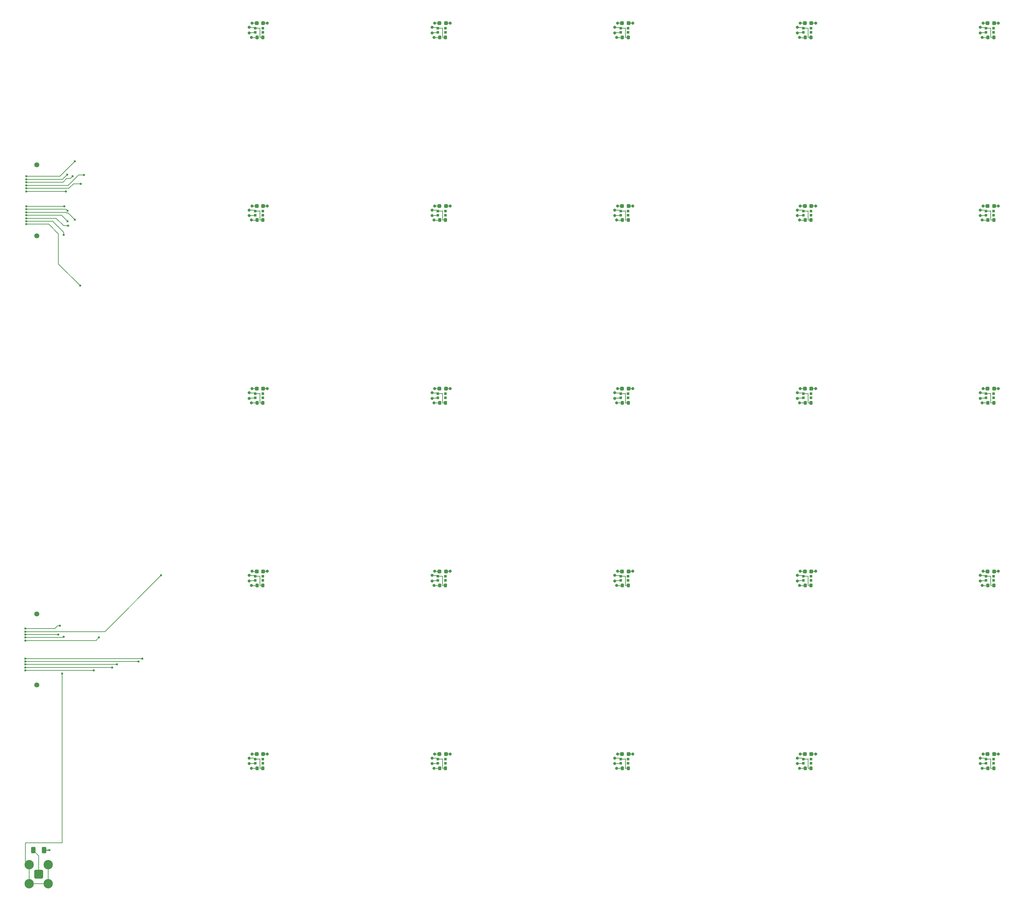
<source format=gbr>
%TF.GenerationSoftware,KiCad,Pcbnew,8.0.2-1*%
%TF.CreationDate,2024-10-14T12:40:27-04:00*%
%TF.ProjectId,EvenLayers_1.3mm_SiPM,4576656e-4c61-4796-9572-735f312e336d,rev?*%
%TF.SameCoordinates,Original*%
%TF.FileFunction,Copper,L1,Top*%
%TF.FilePolarity,Positive*%
%FSLAX46Y46*%
G04 Gerber Fmt 4.6, Leading zero omitted, Abs format (unit mm)*
G04 Created by KiCad (PCBNEW 8.0.2-1) date 2024-10-14 12:40:27*
%MOMM*%
%LPD*%
G01*
G04 APERTURE LIST*
G04 Aperture macros list*
%AMRoundRect*
0 Rectangle with rounded corners*
0 $1 Rounding radius*
0 $2 $3 $4 $5 $6 $7 $8 $9 X,Y pos of 4 corners*
0 Add a 4 corners polygon primitive as box body*
4,1,4,$2,$3,$4,$5,$6,$7,$8,$9,$2,$3,0*
0 Add four circle primitives for the rounded corners*
1,1,$1+$1,$2,$3*
1,1,$1+$1,$4,$5*
1,1,$1+$1,$6,$7*
1,1,$1+$1,$8,$9*
0 Add four rect primitives between the rounded corners*
20,1,$1+$1,$2,$3,$4,$5,0*
20,1,$1+$1,$4,$5,$6,$7,0*
20,1,$1+$1,$6,$7,$8,$9,0*
20,1,$1+$1,$8,$9,$2,$3,0*%
G04 Aperture macros list end*
%TA.AperFunction,Conductor*%
%ADD10C,0.200000*%
%TD*%
%TA.AperFunction,SMDPad,CuDef*%
%ADD11R,0.700000X0.700000*%
%TD*%
%TA.AperFunction,ComponentPad*%
%ADD12C,0.800000*%
%TD*%
%TA.AperFunction,SMDPad,CuDef*%
%ADD13R,1.050000X0.200000*%
%TD*%
%TA.AperFunction,SMDPad,CuDef*%
%ADD14RoundRect,0.237500X-0.287500X-0.237500X0.287500X-0.237500X0.287500X0.237500X-0.287500X0.237500X0*%
%TD*%
%TA.AperFunction,SMDPad,CuDef*%
%ADD15R,1.100000X0.200000*%
%TD*%
%TA.AperFunction,SMDPad,CuDef*%
%ADD16R,1.200000X0.200000*%
%TD*%
%TA.AperFunction,SMDPad,CuDef*%
%ADD17R,0.200000X2.500000*%
%TD*%
%TA.AperFunction,SMDPad,CuDef*%
%ADD18R,0.850000X0.200000*%
%TD*%
%TA.AperFunction,SMDPad,CuDef*%
%ADD19RoundRect,0.225000X-0.225000X-0.250000X0.225000X-0.250000X0.225000X0.250000X-0.225000X0.250000X0*%
%TD*%
%TA.AperFunction,ComponentPad*%
%ADD20RoundRect,0.200100X0.949900X-0.949900X0.949900X0.949900X-0.949900X0.949900X-0.949900X-0.949900X0*%
%TD*%
%TA.AperFunction,ComponentPad*%
%ADD21C,2.500000*%
%TD*%
%TA.AperFunction,SMDPad,CuDef*%
%ADD22RoundRect,0.250000X-0.312500X-0.625000X0.312500X-0.625000X0.312500X0.625000X-0.312500X0.625000X0*%
%TD*%
%TA.AperFunction,ComponentPad*%
%ADD23C,1.348000*%
%TD*%
%TA.AperFunction,ViaPad*%
%ADD24C,0.600000*%
%TD*%
%TA.AperFunction,Conductor*%
%ADD25C,0.250000*%
%TD*%
G04 APERTURE END LIST*
D10*
%TO.N,GND*%
X76800000Y-311600000D02*
X76800000Y-266400000D01*
%TD*%
D11*
%TO.P,REF\u002A\u002A34,1*%
%TO.N,N/C*%
X325552500Y-191650000D03*
%TO.P,REF\u002A\u002A34,4*%
X325552500Y-192750000D03*
D12*
%TO.P,REF\u002A\u002A34,5*%
X322700000Y-190300000D03*
D13*
X323400000Y-190315000D03*
D14*
X323925000Y-190315000D03*
%TO.P,REF\u002A\u002A34,6*%
X325675000Y-190315000D03*
D13*
X326050000Y-190315000D03*
D12*
X326800000Y-190300000D03*
%TO.P,REF\u002A\u002A34,7*%
%TO.N,K14*%
X321950000Y-191400000D03*
D15*
X322750000Y-191450000D03*
D11*
X323527500Y-191650000D03*
D16*
X324300000Y-191650000D03*
D17*
X324800000Y-192800000D03*
D18*
X325125000Y-194100000D03*
D19*
X325575000Y-194100000D03*
D12*
%TO.P,REF\u002A\u002A34,8*%
%TO.N,A14*%
X321950000Y-192900000D03*
D15*
X322750000Y-192850000D03*
D11*
X323527500Y-192750000D03*
D12*
%TO.P,REF\u002A\u002A34,9*%
%TO.N,GND*%
X322500000Y-194100000D03*
D13*
X323250000Y-194150000D03*
D19*
X324025000Y-194100000D03*
%TD*%
D11*
%TO.P,REF\u002A\u002A40,1*%
%TO.N,N/C*%
X130352500Y-289250000D03*
%TO.P,REF\u002A\u002A40,4*%
X130352500Y-290350000D03*
D12*
%TO.P,REF\u002A\u002A40,5*%
X127500000Y-287900000D03*
D13*
X128200000Y-287915000D03*
D14*
X128725000Y-287915000D03*
%TO.P,REF\u002A\u002A40,6*%
X130475000Y-287915000D03*
D13*
X130850000Y-287915000D03*
D12*
X131600000Y-287900000D03*
%TO.P,REF\u002A\u002A40,7*%
%TO.N,K20*%
X126750000Y-289000000D03*
D15*
X127550000Y-289050000D03*
D11*
X128327500Y-289250000D03*
D16*
X129100000Y-289250000D03*
D17*
X129600000Y-290400000D03*
D18*
X129925000Y-291700000D03*
D19*
X130375000Y-291700000D03*
D12*
%TO.P,REF\u002A\u002A40,8*%
%TO.N,A20*%
X126750000Y-290500000D03*
D15*
X127550000Y-290450000D03*
D11*
X128327500Y-290350000D03*
D12*
%TO.P,REF\u002A\u002A40,9*%
%TO.N,GND*%
X127300000Y-291700000D03*
D13*
X128050000Y-291750000D03*
D19*
X128825000Y-291700000D03*
%TD*%
D11*
%TO.P,REF\u002A\u002A30,1*%
%TO.N,N/C*%
X130352500Y-191650000D03*
%TO.P,REF\u002A\u002A30,4*%
X130352500Y-192750000D03*
D12*
%TO.P,REF\u002A\u002A30,5*%
X127500000Y-190300000D03*
D13*
X128200000Y-190315000D03*
D14*
X128725000Y-190315000D03*
%TO.P,REF\u002A\u002A30,6*%
X130475000Y-190315000D03*
D13*
X130850000Y-190315000D03*
D12*
X131600000Y-190300000D03*
%TO.P,REF\u002A\u002A30,7*%
%TO.N,K10*%
X126750000Y-191400000D03*
D15*
X127550000Y-191450000D03*
D11*
X128327500Y-191650000D03*
D16*
X129100000Y-191650000D03*
D17*
X129600000Y-192800000D03*
D18*
X129925000Y-194100000D03*
D19*
X130375000Y-194100000D03*
D12*
%TO.P,REF\u002A\u002A30,8*%
%TO.N,A10*%
X126750000Y-192900000D03*
D15*
X127550000Y-192850000D03*
D11*
X128327500Y-192750000D03*
D12*
%TO.P,REF\u002A\u002A30,9*%
%TO.N,GND*%
X127300000Y-194100000D03*
D13*
X128050000Y-194150000D03*
D19*
X128825000Y-194100000D03*
%TD*%
D11*
%TO.P,REF\u002A\u002A24,1*%
%TO.N,N/C*%
X325552500Y-94050000D03*
%TO.P,REF\u002A\u002A24,4*%
X325552500Y-95150000D03*
D12*
%TO.P,REF\u002A\u002A24,5*%
X322700000Y-92700000D03*
D13*
X323400000Y-92715000D03*
D14*
X323925000Y-92715000D03*
%TO.P,REF\u002A\u002A24,6*%
X325675000Y-92715000D03*
D13*
X326050000Y-92715000D03*
D12*
X326800000Y-92700000D03*
%TO.P,REF\u002A\u002A24,7*%
%TO.N,K4*%
X321950000Y-93800000D03*
D15*
X322750000Y-93850000D03*
D11*
X323527500Y-94050000D03*
D16*
X324300000Y-94050000D03*
D17*
X324800000Y-95200000D03*
D18*
X325125000Y-96500000D03*
D19*
X325575000Y-96500000D03*
D12*
%TO.P,REF\u002A\u002A24,8*%
%TO.N,A4*%
X321950000Y-95300000D03*
D15*
X322750000Y-95250000D03*
D11*
X323527500Y-95150000D03*
D12*
%TO.P,REF\u002A\u002A24,9*%
%TO.N,GND*%
X322500000Y-96500000D03*
D13*
X323250000Y-96550000D03*
D19*
X324025000Y-96500000D03*
%TD*%
D11*
%TO.P,REF\u002A\u002A43,1*%
%TO.N,N/C*%
X276752500Y-289250000D03*
%TO.P,REF\u002A\u002A43,4*%
X276752500Y-290350000D03*
D12*
%TO.P,REF\u002A\u002A43,5*%
X273900000Y-287900000D03*
D13*
X274600000Y-287915000D03*
D14*
X275125000Y-287915000D03*
%TO.P,REF\u002A\u002A43,6*%
X276875000Y-287915000D03*
D13*
X277250000Y-287915000D03*
D12*
%TO.N,LED_23_to_24*%
X278000000Y-287900000D03*
%TO.P,REF\u002A\u002A43,7*%
%TO.N,K23*%
X273150000Y-289000000D03*
D15*
X273950000Y-289050000D03*
D11*
X274727500Y-289250000D03*
D16*
X275500000Y-289250000D03*
D17*
X276000000Y-290400000D03*
D18*
X276325000Y-291700000D03*
D19*
X276775000Y-291700000D03*
D12*
%TO.P,REF\u002A\u002A43,8*%
%TO.N,A23*%
X273150000Y-290500000D03*
D15*
X273950000Y-290450000D03*
D11*
X274727500Y-290350000D03*
D12*
%TO.P,REF\u002A\u002A43,9*%
%TO.N,GND*%
X273700000Y-291700000D03*
D13*
X274450000Y-291750000D03*
D19*
X275225000Y-291700000D03*
%TD*%
D11*
%TO.P,REF\u002A\u002A38,1*%
%TO.N,N/C*%
X276752500Y-240450000D03*
%TO.P,REF\u002A\u002A38,4*%
X276752500Y-241550000D03*
D12*
%TO.P,REF\u002A\u002A38,5*%
X273900000Y-239100000D03*
D13*
X274600000Y-239115000D03*
D14*
X275125000Y-239115000D03*
%TO.P,REF\u002A\u002A38,6*%
X276875000Y-239115000D03*
D13*
X277250000Y-239115000D03*
D12*
X278000000Y-239100000D03*
%TO.P,REF\u002A\u002A38,7*%
%TO.N,K18*%
X273150000Y-240200000D03*
D15*
X273950000Y-240250000D03*
D11*
X274727500Y-240450000D03*
D16*
X275500000Y-240450000D03*
D17*
X276000000Y-241600000D03*
D18*
X276325000Y-242900000D03*
D19*
X276775000Y-242900000D03*
D12*
%TO.P,REF\u002A\u002A38,8*%
%TO.N,A18*%
X273150000Y-241700000D03*
D15*
X273950000Y-241650000D03*
D11*
X274727500Y-241550000D03*
D12*
%TO.P,REF\u002A\u002A38,9*%
%TO.N,GND*%
X273700000Y-242900000D03*
D13*
X274450000Y-242950000D03*
D19*
X275225000Y-242900000D03*
%TD*%
D20*
%TO.P,REF\u002A\u002A,1*%
%TO.N,LED_input*%
X70500000Y-320000000D03*
D21*
%TO.P,REF\u002A\u002A,2*%
%TO.N,GND*%
X67960000Y-322540000D03*
X73040000Y-322540000D03*
X67960000Y-317460000D03*
X73040000Y-317460000D03*
%TD*%
D22*
%TO.P,50 \u03A9,1*%
%TO.N,LED_input*%
X69037500Y-313600000D03*
%TO.P,50 \u03A9,2*%
%TO.N,LED_input_after_resistor*%
X71962500Y-313600000D03*
%TD*%
D11*
%TO.P,REF\u002A\u002A22,1*%
%TO.N,N/C*%
X227952500Y-94050000D03*
%TO.P,REF\u002A\u002A22,4*%
X227952500Y-95150000D03*
D12*
%TO.P,REF\u002A\u002A22,5*%
X225100000Y-92700000D03*
D13*
X225800000Y-92715000D03*
D14*
X226325000Y-92715000D03*
%TO.P,REF\u002A\u002A22,6*%
X228075000Y-92715000D03*
D13*
X228450000Y-92715000D03*
D12*
X229200000Y-92700000D03*
%TO.P,REF\u002A\u002A22,7*%
%TO.N,K2*%
X224350000Y-93800000D03*
D15*
X225150000Y-93850000D03*
D11*
X225927500Y-94050000D03*
D16*
X226700000Y-94050000D03*
D17*
X227200000Y-95200000D03*
D18*
X227525000Y-96500000D03*
D19*
X227975000Y-96500000D03*
D12*
%TO.P,REF\u002A\u002A22,8*%
%TO.N,A2*%
X224350000Y-95300000D03*
D15*
X225150000Y-95250000D03*
D11*
X225927500Y-95150000D03*
D12*
%TO.P,REF\u002A\u002A22,9*%
%TO.N,GND*%
X224900000Y-96500000D03*
D13*
X225650000Y-96550000D03*
D19*
X226425000Y-96500000D03*
%TD*%
D11*
%TO.P,REF\u002A\u002A28,1*%
%TO.N,N/C*%
X276752500Y-142850000D03*
%TO.P,REF\u002A\u002A28,4*%
X276752500Y-143950000D03*
D12*
%TO.P,REF\u002A\u002A28,5*%
X273900000Y-141500000D03*
D13*
X274600000Y-141515000D03*
D14*
X275125000Y-141515000D03*
%TO.P,REF\u002A\u002A28,6*%
X276875000Y-141515000D03*
D13*
X277250000Y-141515000D03*
D12*
X278000000Y-141500000D03*
%TO.P,REF\u002A\u002A28,7*%
%TO.N,K8*%
X273150000Y-142600000D03*
D15*
X273950000Y-142650000D03*
D11*
X274727500Y-142850000D03*
D16*
X275500000Y-142850000D03*
D17*
X276000000Y-144000000D03*
D18*
X276325000Y-145300000D03*
D19*
X276775000Y-145300000D03*
D12*
%TO.P,REF\u002A\u002A28,8*%
%TO.N,A8*%
X273150000Y-144100000D03*
D15*
X273950000Y-144050000D03*
D11*
X274727500Y-143950000D03*
D12*
%TO.P,REF\u002A\u002A28,9*%
%TO.N,GND*%
X273700000Y-145300000D03*
D13*
X274450000Y-145350000D03*
D19*
X275225000Y-145300000D03*
%TD*%
D11*
%TO.P,REF\u002A\u002A23,1*%
%TO.N,N/C*%
X276752500Y-94050000D03*
%TO.P,REF\u002A\u002A23,4*%
X276752500Y-95150000D03*
D12*
%TO.P,REF\u002A\u002A23,5*%
X273900000Y-92700000D03*
D13*
X274600000Y-92715000D03*
D14*
X275125000Y-92715000D03*
%TO.P,REF\u002A\u002A23,6*%
X276875000Y-92715000D03*
D13*
X277250000Y-92715000D03*
D12*
X278000000Y-92700000D03*
%TO.P,REF\u002A\u002A23,7*%
%TO.N,K3*%
X273150000Y-93800000D03*
D15*
X273950000Y-93850000D03*
D11*
X274727500Y-94050000D03*
D16*
X275500000Y-94050000D03*
D17*
X276000000Y-95200000D03*
D18*
X276325000Y-96500000D03*
D19*
X276775000Y-96500000D03*
D12*
%TO.P,REF\u002A\u002A23,8*%
%TO.N,A3*%
X273150000Y-95300000D03*
D15*
X273950000Y-95250000D03*
D11*
X274727500Y-95150000D03*
D12*
%TO.P,REF\u002A\u002A23,9*%
%TO.N,GND*%
X273700000Y-96500000D03*
D13*
X274450000Y-96550000D03*
D19*
X275225000Y-96500000D03*
%TD*%
D11*
%TO.P,REF\u002A\u002A32,1*%
%TO.N,N/C*%
X227952500Y-191650000D03*
%TO.P,REF\u002A\u002A32,4*%
X227952500Y-192750000D03*
D12*
%TO.P,REF\u002A\u002A32,5*%
X225100000Y-190300000D03*
D13*
X225800000Y-190315000D03*
D14*
X226325000Y-190315000D03*
%TO.P,REF\u002A\u002A32,6*%
X228075000Y-190315000D03*
D13*
X228450000Y-190315000D03*
D12*
X229200000Y-190300000D03*
%TO.P,REF\u002A\u002A32,7*%
%TO.N,K12*%
X224350000Y-191400000D03*
D15*
X225150000Y-191450000D03*
D11*
X225927500Y-191650000D03*
D16*
X226700000Y-191650000D03*
D17*
X227200000Y-192800000D03*
D18*
X227525000Y-194100000D03*
D19*
X227975000Y-194100000D03*
D12*
%TO.P,REF\u002A\u002A32,8*%
%TO.N,A12*%
X224350000Y-192900000D03*
D15*
X225150000Y-192850000D03*
D11*
X225927500Y-192750000D03*
D12*
%TO.P,REF\u002A\u002A32,9*%
%TO.N,GND*%
X224900000Y-194100000D03*
D13*
X225650000Y-194150000D03*
D19*
X226425000Y-194100000D03*
%TD*%
D11*
%TO.P,REF\u002A\u002A44,1*%
%TO.N,N/C*%
X325552500Y-289250000D03*
%TO.P,REF\u002A\u002A44,4*%
X325552500Y-290350000D03*
D12*
%TO.P,REF\u002A\u002A44,5*%
%TO.N,LED_23_to_24*%
X322700000Y-287900000D03*
D13*
X323400000Y-287915000D03*
D14*
X323925000Y-287915000D03*
%TO.P,REF\u002A\u002A44,6*%
%TO.N,LED_input_after_resistor*%
X325675000Y-287915000D03*
D13*
X326050000Y-287915000D03*
D12*
X326800000Y-287900000D03*
%TO.P,REF\u002A\u002A44,7*%
%TO.N,K24*%
X321950000Y-289000000D03*
D15*
X322750000Y-289050000D03*
D11*
X323527500Y-289250000D03*
D16*
X324300000Y-289250000D03*
D17*
X324800000Y-290400000D03*
D18*
X325125000Y-291700000D03*
D19*
X325575000Y-291700000D03*
D12*
%TO.P,REF\u002A\u002A44,8*%
%TO.N,A24*%
X321950000Y-290500000D03*
D15*
X322750000Y-290450000D03*
D11*
X323527500Y-290350000D03*
D12*
%TO.P,REF\u002A\u002A44,9*%
%TO.N,GND*%
X322500000Y-291700000D03*
D13*
X323250000Y-291750000D03*
D19*
X324025000Y-291700000D03*
%TD*%
D11*
%TO.P,REF\u002A\u002A26,1*%
%TO.N,N/C*%
X179152500Y-142850000D03*
%TO.P,REF\u002A\u002A26,4*%
X179152500Y-143950000D03*
D12*
%TO.P,REF\u002A\u002A26,5*%
X176300000Y-141500000D03*
D13*
X177000000Y-141515000D03*
D14*
X177525000Y-141515000D03*
%TO.P,REF\u002A\u002A26,6*%
X179275000Y-141515000D03*
D13*
X179650000Y-141515000D03*
D12*
X180400000Y-141500000D03*
%TO.P,REF\u002A\u002A26,7*%
%TO.N,K6*%
X175550000Y-142600000D03*
D15*
X176350000Y-142650000D03*
D11*
X177127500Y-142850000D03*
D16*
X177900000Y-142850000D03*
D17*
X178400000Y-144000000D03*
D18*
X178725000Y-145300000D03*
D19*
X179175000Y-145300000D03*
D12*
%TO.P,REF\u002A\u002A26,8*%
%TO.N,A6*%
X175550000Y-144100000D03*
D15*
X176350000Y-144050000D03*
D11*
X177127500Y-143950000D03*
D12*
%TO.P,REF\u002A\u002A26,9*%
%TO.N,GND*%
X176100000Y-145300000D03*
D13*
X176850000Y-145350000D03*
D19*
X177625000Y-145300000D03*
%TD*%
D11*
%TO.P,REF\u002A\u002A36,1*%
%TO.N,N/C*%
X179152500Y-240450000D03*
%TO.P,REF\u002A\u002A36,4*%
X179152500Y-241550000D03*
D12*
%TO.P,REF\u002A\u002A36,5*%
X176300000Y-239100000D03*
D13*
X177000000Y-239115000D03*
D14*
X177525000Y-239115000D03*
%TO.P,REF\u002A\u002A36,6*%
X179275000Y-239115000D03*
D13*
X179650000Y-239115000D03*
D12*
X180400000Y-239100000D03*
%TO.P,REF\u002A\u002A36,7*%
%TO.N,K16*%
X175550000Y-240200000D03*
D15*
X176350000Y-240250000D03*
D11*
X177127500Y-240450000D03*
D16*
X177900000Y-240450000D03*
D17*
X178400000Y-241600000D03*
D18*
X178725000Y-242900000D03*
D19*
X179175000Y-242900000D03*
D12*
%TO.P,REF\u002A\u002A36,8*%
%TO.N,A16*%
X175550000Y-241700000D03*
D15*
X176350000Y-241650000D03*
D11*
X177127500Y-241550000D03*
D12*
%TO.P,REF\u002A\u002A36,9*%
%TO.N,GND*%
X176100000Y-242900000D03*
D13*
X176850000Y-242950000D03*
D19*
X177625000Y-242900000D03*
%TD*%
D11*
%TO.P,REF\u002A\u002A20,1*%
%TO.N,N/C*%
X130352500Y-94050000D03*
%TO.P,REF\u002A\u002A20,4*%
X130352500Y-95150000D03*
D12*
%TO.P,REF\u002A\u002A20,5*%
%TO.N,GND*%
X127500000Y-92700000D03*
D13*
X128200000Y-92715000D03*
D14*
X128725000Y-92715000D03*
%TO.P,REF\u002A\u002A20,6*%
%TO.N,N/C*%
X130475000Y-92715000D03*
D13*
X130850000Y-92715000D03*
D12*
X131600000Y-92700000D03*
%TO.P,REF\u002A\u002A20,7*%
%TO.N,K0*%
X126750000Y-93800000D03*
D15*
X127550000Y-93850000D03*
D11*
X128327500Y-94050000D03*
D16*
X129100000Y-94050000D03*
D17*
X129600000Y-95200000D03*
D18*
X129925000Y-96500000D03*
D19*
X130375000Y-96500000D03*
D12*
%TO.P,REF\u002A\u002A20,8*%
%TO.N,A0*%
X126750000Y-95300000D03*
D15*
X127550000Y-95250000D03*
D11*
X128327500Y-95150000D03*
D12*
%TO.P,REF\u002A\u002A20,9*%
%TO.N,GND*%
X127300000Y-96500000D03*
D13*
X128050000Y-96550000D03*
D19*
X128825000Y-96500000D03*
%TD*%
D11*
%TO.P,REF\u002A\u002A25,1*%
%TO.N,N/C*%
X130352500Y-142850000D03*
%TO.P,REF\u002A\u002A25,4*%
X130352500Y-143950000D03*
D12*
%TO.P,REF\u002A\u002A25,5*%
X127500000Y-141500000D03*
D13*
X128200000Y-141515000D03*
D14*
X128725000Y-141515000D03*
%TO.P,REF\u002A\u002A25,6*%
X130475000Y-141515000D03*
D13*
X130850000Y-141515000D03*
D12*
X131600000Y-141500000D03*
%TO.P,REF\u002A\u002A25,7*%
%TO.N,K5*%
X126750000Y-142600000D03*
D15*
X127550000Y-142650000D03*
D11*
X128327500Y-142850000D03*
D16*
X129100000Y-142850000D03*
D17*
X129600000Y-144000000D03*
D18*
X129925000Y-145300000D03*
D19*
X130375000Y-145300000D03*
D12*
%TO.P,REF\u002A\u002A25,8*%
%TO.N,A5*%
X126750000Y-144100000D03*
D15*
X127550000Y-144050000D03*
D11*
X128327500Y-143950000D03*
D12*
%TO.P,REF\u002A\u002A25,9*%
%TO.N,GND*%
X127300000Y-145300000D03*
D13*
X128050000Y-145350000D03*
D19*
X128825000Y-145300000D03*
%TD*%
D11*
%TO.P,REF\u002A\u002A37,1*%
%TO.N,N/C*%
X227952500Y-240450000D03*
%TO.P,REF\u002A\u002A37,4*%
X227952500Y-241550000D03*
D12*
%TO.P,REF\u002A\u002A37,5*%
X225100000Y-239100000D03*
D13*
X225800000Y-239115000D03*
D14*
X226325000Y-239115000D03*
%TO.P,REF\u002A\u002A37,6*%
X228075000Y-239115000D03*
D13*
X228450000Y-239115000D03*
D12*
X229200000Y-239100000D03*
%TO.P,REF\u002A\u002A37,7*%
%TO.N,K17*%
X224350000Y-240200000D03*
D15*
X225150000Y-240250000D03*
D11*
X225927500Y-240450000D03*
D16*
X226700000Y-240450000D03*
D17*
X227200000Y-241600000D03*
D18*
X227525000Y-242900000D03*
D19*
X227975000Y-242900000D03*
D12*
%TO.P,REF\u002A\u002A37,8*%
%TO.N,A17*%
X224350000Y-241700000D03*
D15*
X225150000Y-241650000D03*
D11*
X225927500Y-241550000D03*
D12*
%TO.P,REF\u002A\u002A37,9*%
%TO.N,GND*%
X224900000Y-242900000D03*
D13*
X225650000Y-242950000D03*
D19*
X226425000Y-242900000D03*
%TD*%
D11*
%TO.P,REF\u002A\u002A31,1*%
%TO.N,N/C*%
X179152500Y-191650000D03*
%TO.P,REF\u002A\u002A31,4*%
X179152500Y-192750000D03*
D12*
%TO.P,REF\u002A\u002A31,5*%
X176300000Y-190300000D03*
D13*
X177000000Y-190315000D03*
D14*
X177525000Y-190315000D03*
%TO.P,REF\u002A\u002A31,6*%
X179275000Y-190315000D03*
D13*
X179650000Y-190315000D03*
D12*
X180400000Y-190300000D03*
%TO.P,REF\u002A\u002A31,7*%
%TO.N,K11*%
X175550000Y-191400000D03*
D15*
X176350000Y-191450000D03*
D11*
X177127500Y-191650000D03*
D16*
X177900000Y-191650000D03*
D17*
X178400000Y-192800000D03*
D18*
X178725000Y-194100000D03*
D19*
X179175000Y-194100000D03*
D12*
%TO.P,REF\u002A\u002A31,8*%
%TO.N,A11*%
X175550000Y-192900000D03*
D15*
X176350000Y-192850000D03*
D11*
X177127500Y-192750000D03*
D12*
%TO.P,REF\u002A\u002A31,9*%
%TO.N,GND*%
X176100000Y-194100000D03*
D13*
X176850000Y-194150000D03*
D19*
X177625000Y-194100000D03*
%TD*%
D11*
%TO.P,REF\u002A\u002A27,1*%
%TO.N,N/C*%
X227952500Y-142850000D03*
%TO.P,REF\u002A\u002A27,4*%
X227952500Y-143950000D03*
D12*
%TO.P,REF\u002A\u002A27,5*%
X225100000Y-141500000D03*
D13*
X225800000Y-141515000D03*
D14*
X226325000Y-141515000D03*
%TO.P,REF\u002A\u002A27,6*%
X228075000Y-141515000D03*
D13*
X228450000Y-141515000D03*
D12*
X229200000Y-141500000D03*
%TO.P,REF\u002A\u002A27,7*%
%TO.N,K7*%
X224350000Y-142600000D03*
D15*
X225150000Y-142650000D03*
D11*
X225927500Y-142850000D03*
D16*
X226700000Y-142850000D03*
D17*
X227200000Y-144000000D03*
D18*
X227525000Y-145300000D03*
D19*
X227975000Y-145300000D03*
D12*
%TO.P,REF\u002A\u002A27,8*%
%TO.N,A7*%
X224350000Y-144100000D03*
D15*
X225150000Y-144050000D03*
D11*
X225927500Y-143950000D03*
D12*
%TO.P,REF\u002A\u002A27,9*%
%TO.N,GND*%
X224900000Y-145300000D03*
D13*
X225650000Y-145350000D03*
D19*
X226425000Y-145300000D03*
%TD*%
D11*
%TO.P,REF\u002A\u002A41,1*%
%TO.N,N/C*%
X179152500Y-289250000D03*
%TO.P,REF\u002A\u002A41,4*%
X179152500Y-290350000D03*
D12*
%TO.P,REF\u002A\u002A41,5*%
X176300000Y-287900000D03*
D13*
X177000000Y-287915000D03*
D14*
X177525000Y-287915000D03*
%TO.P,REF\u002A\u002A41,6*%
X179275000Y-287915000D03*
D13*
X179650000Y-287915000D03*
D12*
X180400000Y-287900000D03*
%TO.P,REF\u002A\u002A41,7*%
%TO.N,K21*%
X175550000Y-289000000D03*
D15*
X176350000Y-289050000D03*
D11*
X177127500Y-289250000D03*
D16*
X177900000Y-289250000D03*
D17*
X178400000Y-290400000D03*
D18*
X178725000Y-291700000D03*
D19*
X179175000Y-291700000D03*
D12*
%TO.P,REF\u002A\u002A41,8*%
%TO.N,A21*%
X175550000Y-290500000D03*
D15*
X176350000Y-290450000D03*
D11*
X177127500Y-290350000D03*
D12*
%TO.P,REF\u002A\u002A41,9*%
%TO.N,GND*%
X176100000Y-291700000D03*
D13*
X176850000Y-291750000D03*
D19*
X177625000Y-291700000D03*
%TD*%
D11*
%TO.P,REF\u002A\u002A29,1*%
%TO.N,N/C*%
X325552500Y-142850000D03*
%TO.P,REF\u002A\u002A29,4*%
X325552500Y-143950000D03*
D12*
%TO.P,REF\u002A\u002A29,5*%
X322700000Y-141500000D03*
D13*
X323400000Y-141515000D03*
D14*
X323925000Y-141515000D03*
%TO.P,REF\u002A\u002A29,6*%
X325675000Y-141515000D03*
D13*
X326050000Y-141515000D03*
D12*
X326800000Y-141500000D03*
%TO.P,REF\u002A\u002A29,7*%
%TO.N,K9*%
X321950000Y-142600000D03*
D15*
X322750000Y-142650000D03*
D11*
X323527500Y-142850000D03*
D16*
X324300000Y-142850000D03*
D17*
X324800000Y-144000000D03*
D18*
X325125000Y-145300000D03*
D19*
X325575000Y-145300000D03*
D12*
%TO.P,REF\u002A\u002A29,8*%
%TO.N,A9*%
X321950000Y-144100000D03*
D15*
X322750000Y-144050000D03*
D11*
X323527500Y-143950000D03*
D12*
%TO.P,REF\u002A\u002A29,9*%
%TO.N,GND*%
X322500000Y-145300000D03*
D13*
X323250000Y-145350000D03*
D19*
X324025000Y-145300000D03*
%TD*%
D11*
%TO.P,REF\u002A\u002A21,1*%
%TO.N,N/C*%
X179152500Y-94050000D03*
%TO.P,REF\u002A\u002A21,4*%
X179152500Y-95150000D03*
D12*
%TO.P,REF\u002A\u002A21,5*%
X176300000Y-92700000D03*
D13*
X177000000Y-92715000D03*
D14*
X177525000Y-92715000D03*
%TO.P,REF\u002A\u002A21,6*%
X179275000Y-92715000D03*
D13*
X179650000Y-92715000D03*
D12*
X180400000Y-92700000D03*
%TO.P,REF\u002A\u002A21,7*%
%TO.N,K1*%
X175550000Y-93800000D03*
D15*
X176350000Y-93850000D03*
D11*
X177127500Y-94050000D03*
D16*
X177900000Y-94050000D03*
D17*
X178400000Y-95200000D03*
D18*
X178725000Y-96500000D03*
D19*
X179175000Y-96500000D03*
D12*
%TO.P,REF\u002A\u002A21,8*%
%TO.N,A1*%
X175550000Y-95300000D03*
D15*
X176350000Y-95250000D03*
D11*
X177127500Y-95150000D03*
D12*
%TO.P,REF\u002A\u002A21,9*%
%TO.N,GND*%
X176100000Y-96500000D03*
D13*
X176850000Y-96550000D03*
D19*
X177625000Y-96500000D03*
%TD*%
D11*
%TO.P,REF\u002A\u002A42,1*%
%TO.N,N/C*%
X227952500Y-289250000D03*
%TO.P,REF\u002A\u002A42,4*%
X227952500Y-290350000D03*
D12*
%TO.P,REF\u002A\u002A42,5*%
X225100000Y-287900000D03*
D13*
X225800000Y-287915000D03*
D14*
X226325000Y-287915000D03*
%TO.P,REF\u002A\u002A42,6*%
X228075000Y-287915000D03*
D13*
X228450000Y-287915000D03*
D12*
X229200000Y-287900000D03*
%TO.P,REF\u002A\u002A42,7*%
%TO.N,K22*%
X224350000Y-289000000D03*
D15*
X225150000Y-289050000D03*
D11*
X225927500Y-289250000D03*
D16*
X226700000Y-289250000D03*
D17*
X227200000Y-290400000D03*
D18*
X227525000Y-291700000D03*
D19*
X227975000Y-291700000D03*
D12*
%TO.P,REF\u002A\u002A42,8*%
%TO.N,A22*%
X224350000Y-290500000D03*
D15*
X225150000Y-290450000D03*
D11*
X225927500Y-290350000D03*
D12*
%TO.P,REF\u002A\u002A42,9*%
%TO.N,GND*%
X224900000Y-291700000D03*
D13*
X225650000Y-291750000D03*
D19*
X226425000Y-291700000D03*
%TD*%
D11*
%TO.P,REF\u002A\u002A35,1*%
%TO.N,N/C*%
X130352500Y-240450000D03*
%TO.P,REF\u002A\u002A35,4*%
X130352500Y-241550000D03*
D12*
%TO.P,REF\u002A\u002A35,5*%
X127500000Y-239100000D03*
D13*
X128200000Y-239115000D03*
D14*
X128725000Y-239115000D03*
%TO.P,REF\u002A\u002A35,6*%
X130475000Y-239115000D03*
D13*
X130850000Y-239115000D03*
D12*
X131600000Y-239100000D03*
%TO.P,REF\u002A\u002A35,7*%
%TO.N,K15*%
X126750000Y-240200000D03*
D15*
X127550000Y-240250000D03*
D11*
X128327500Y-240450000D03*
D16*
X129100000Y-240450000D03*
D17*
X129600000Y-241600000D03*
D18*
X129925000Y-242900000D03*
D19*
X130375000Y-242900000D03*
D12*
%TO.P,REF\u002A\u002A35,8*%
%TO.N,A15*%
X126750000Y-241700000D03*
D15*
X127550000Y-241650000D03*
D11*
X128327500Y-241550000D03*
D12*
%TO.P,REF\u002A\u002A35,9*%
%TO.N,GND*%
X127300000Y-242900000D03*
D13*
X128050000Y-242950000D03*
D19*
X128825000Y-242900000D03*
%TD*%
D11*
%TO.P,REF\u002A\u002A39,1*%
%TO.N,N/C*%
X325552500Y-240450000D03*
%TO.P,REF\u002A\u002A39,4*%
X325552500Y-241550000D03*
D12*
%TO.P,REF\u002A\u002A39,5*%
X322700000Y-239100000D03*
D13*
X323400000Y-239115000D03*
D14*
X323925000Y-239115000D03*
%TO.P,REF\u002A\u002A39,6*%
X325675000Y-239115000D03*
D13*
X326050000Y-239115000D03*
D12*
X326800000Y-239100000D03*
%TO.P,REF\u002A\u002A39,7*%
%TO.N,K19*%
X321950000Y-240200000D03*
D15*
X322750000Y-240250000D03*
D11*
X323527500Y-240450000D03*
D16*
X324300000Y-240450000D03*
D17*
X324800000Y-241600000D03*
D18*
X325125000Y-242900000D03*
D19*
X325575000Y-242900000D03*
D12*
%TO.P,REF\u002A\u002A39,8*%
%TO.N,A19*%
X321950000Y-241700000D03*
D15*
X322750000Y-241650000D03*
D11*
X323527500Y-241550000D03*
D12*
%TO.P,REF\u002A\u002A39,9*%
%TO.N,GND*%
X322500000Y-242900000D03*
D13*
X323250000Y-242950000D03*
D19*
X324025000Y-242900000D03*
%TD*%
D11*
%TO.P,REF\u002A\u002A33,1*%
%TO.N,N/C*%
X276752500Y-191650000D03*
%TO.P,REF\u002A\u002A33,4*%
X276752500Y-192750000D03*
D12*
%TO.P,REF\u002A\u002A33,5*%
X273900000Y-190300000D03*
D13*
X274600000Y-190315000D03*
D14*
X275125000Y-190315000D03*
%TO.P,REF\u002A\u002A33,6*%
X276875000Y-190315000D03*
D13*
X277250000Y-190315000D03*
D12*
X278000000Y-190300000D03*
%TO.P,REF\u002A\u002A33,7*%
%TO.N,K13*%
X273150000Y-191400000D03*
D15*
X273950000Y-191450000D03*
D11*
X274727500Y-191650000D03*
D16*
X275500000Y-191650000D03*
D17*
X276000000Y-192800000D03*
D18*
X276325000Y-194100000D03*
D19*
X276775000Y-194100000D03*
D12*
%TO.P,REF\u002A\u002A33,8*%
%TO.N,A13*%
X273150000Y-192900000D03*
D15*
X273950000Y-192850000D03*
D11*
X274727500Y-192750000D03*
D12*
%TO.P,REF\u002A\u002A33,9*%
%TO.N,GND*%
X273700000Y-194100000D03*
D13*
X274450000Y-194150000D03*
D19*
X275225000Y-194100000D03*
%TD*%
D23*
%TO.P,REF\u002A\u002A,S1*%
%TO.N,N/C*%
X70000000Y-130505000D03*
%TO.P,REF\u002A\u002A,S2*%
X70000000Y-149495000D03*
%TD*%
%TO.P,REF\u002A\u002A,S1*%
%TO.N,N/C*%
X70000000Y-250505000D03*
%TO.P,REF\u002A\u002A,S2*%
X70000000Y-269495000D03*
%TD*%
D24*
%TO.N,GND*%
X76800000Y-266400000D03*
%TO.N,K0*%
X80200000Y-129600000D03*
X67200000Y-133600000D03*
%TO.N,K1*%
X67200000Y-134400000D03*
X78124265Y-133124265D03*
%TO.N,K2*%
X67200000Y-135200000D03*
X79600000Y-133600000D03*
%TO.N,K3*%
X82600000Y-133200000D03*
X67200000Y-136000000D03*
%TO.N,K4*%
X67200000Y-136800000D03*
X81800000Y-135600000D03*
%TO.N,K5*%
X67200000Y-137600000D03*
X77800000Y-137600000D03*
%TO.N,K6*%
X77400000Y-141600000D03*
X67250000Y-141600000D03*
%TO.N,K7*%
X67250000Y-142400000D03*
X78200000Y-142800000D03*
%TO.N,K8*%
X80200000Y-145200000D03*
X67250000Y-143200000D03*
%TO.N,K9*%
X67250000Y-144000000D03*
X78200000Y-145600000D03*
%TO.N,K10*%
X67250000Y-144800000D03*
X78375735Y-146824265D03*
%TO.N,K11*%
X67250000Y-145600000D03*
X77200000Y-149200000D03*
%TO.N,K12*%
X81600000Y-162800000D03*
X67200000Y-146400000D03*
%TO.N,K14*%
X67000000Y-254400000D03*
X76192892Y-253592892D03*
%TO.N,K15*%
X103200000Y-240200000D03*
X67000000Y-255200000D03*
%TO.N,K16*%
X75800000Y-256000000D03*
X67000000Y-256000000D03*
%TO.N,K17*%
X77200000Y-256600000D03*
X67000000Y-256800000D03*
%TO.N,K18*%
X67000000Y-257600000D03*
X86600000Y-256800000D03*
%TO.N,K20*%
X67000000Y-262400000D03*
X98200000Y-262400000D03*
%TO.N,K21*%
X67000000Y-263200000D03*
X97200000Y-263200000D03*
%TO.N,K22*%
X91400000Y-264000000D03*
X67000000Y-264000000D03*
%TO.N,K23*%
X90200000Y-264800000D03*
X67000000Y-264800000D03*
%TO.N,K24*%
X67000000Y-265600000D03*
X85224265Y-265575735D03*
%TO.N,LED_input_after_resistor*%
X73400000Y-313600000D03*
%TD*%
D10*
%TO.N,GND*%
X67000000Y-316500000D02*
X67000000Y-311600000D01*
X67960000Y-317460000D02*
X67000000Y-316500000D01*
X67960000Y-322540000D02*
X73040000Y-322540000D01*
X67000000Y-311600000D02*
X76800000Y-311600000D01*
X67960000Y-322540000D02*
X67960000Y-317460000D01*
X73040000Y-322540000D02*
X73040000Y-317460000D01*
%TO.N,K0*%
X76200000Y-133600000D02*
X80200000Y-129600000D01*
X72600000Y-133600000D02*
X67200000Y-133600000D01*
X72600000Y-133600000D02*
X76200000Y-133600000D01*
%TO.N,K1*%
X76848530Y-134400000D02*
X72800000Y-134400000D01*
X72800000Y-134400000D02*
X67200000Y-134400000D01*
X78124265Y-133124265D02*
X76848530Y-134400000D01*
%TO.N,K2*%
X78000000Y-134200000D02*
X77000000Y-135200000D01*
X79000000Y-134200000D02*
X78000000Y-134200000D01*
X77000000Y-135200000D02*
X73200000Y-135200000D01*
X79600000Y-133600000D02*
X79000000Y-134200000D01*
X73200000Y-135200000D02*
X67200000Y-135200000D01*
%TO.N,K3*%
X82600000Y-133200000D02*
X81200000Y-133200000D01*
X78400000Y-136000000D02*
X72800000Y-136000000D01*
X81200000Y-133200000D02*
X78400000Y-136000000D01*
X72800000Y-136000000D02*
X67200000Y-136000000D01*
%TO.N,K4*%
X71700000Y-136800000D02*
X67200000Y-136800000D01*
X78600000Y-136800000D02*
X71700000Y-136800000D01*
X81800000Y-135600000D02*
X79800000Y-135600000D01*
X79800000Y-135600000D02*
X78600000Y-136800000D01*
%TO.N,K5*%
X71700000Y-137600000D02*
X67200000Y-137600000D01*
X71700000Y-137600000D02*
X77800000Y-137600000D01*
%TO.N,K6*%
X77400000Y-141600000D02*
X71700000Y-141600000D01*
X72600000Y-141600000D02*
X67250000Y-141600000D01*
%TO.N,K7*%
X77800000Y-142400000D02*
X71700000Y-142400000D01*
X78200000Y-142800000D02*
X77800000Y-142400000D01*
X72600000Y-142400000D02*
X67250000Y-142400000D01*
%TO.N,K8*%
X67250000Y-143200000D02*
X77751471Y-143200000D01*
X77751471Y-143200000D02*
X77951471Y-143400000D01*
X78400000Y-143400000D02*
X80200000Y-145200000D01*
X77951471Y-143400000D02*
X78400000Y-143400000D01*
%TO.N,K9*%
X76600000Y-144000000D02*
X67250000Y-144000000D01*
X78200000Y-145600000D02*
X76600000Y-144000000D01*
%TO.N,K10*%
X77224265Y-146824265D02*
X75200000Y-144800000D01*
X75200000Y-144800000D02*
X67250000Y-144800000D01*
X78375735Y-146824265D02*
X77224265Y-146824265D01*
%TO.N,K11*%
X77200000Y-149200000D02*
X77200000Y-148600000D01*
X77200000Y-148600000D02*
X74200000Y-145600000D01*
X74200000Y-145600000D02*
X67250000Y-145600000D01*
%TO.N,K12*%
X75800000Y-157000000D02*
X75800000Y-149000000D01*
X81600000Y-162800000D02*
X75800000Y-157000000D01*
X73200000Y-146400000D02*
X67200000Y-146400000D01*
X75800000Y-149000000D02*
X73200000Y-146400000D01*
%TO.N,K14*%
X75607108Y-253592892D02*
X74800000Y-254400000D01*
X76192892Y-253592892D02*
X75607108Y-253592892D01*
X74800000Y-254400000D02*
X67000000Y-254400000D01*
%TO.N,K15*%
X103200000Y-240200000D02*
X88200000Y-255200000D01*
X88200000Y-255200000D02*
X67000000Y-255200000D01*
%TO.N,K16*%
X75800000Y-256000000D02*
X67000000Y-256000000D01*
%TO.N,K17*%
X67000000Y-256800000D02*
X77000000Y-256800000D01*
X77000000Y-256800000D02*
X77200000Y-256600000D01*
%TO.N,K18*%
X86600000Y-256800000D02*
X85800000Y-257600000D01*
X85800000Y-257600000D02*
X67000000Y-257600000D01*
%TO.N,K20*%
X98200000Y-262400000D02*
X67000000Y-262400000D01*
%TO.N,K21*%
X97200000Y-263200000D02*
X67000000Y-263200000D01*
%TO.N,K22*%
X91400000Y-264000000D02*
X67000000Y-264000000D01*
%TO.N,K23*%
X90200000Y-264800000D02*
X67000000Y-264800000D01*
%TO.N,K24*%
X85224265Y-265575735D02*
X67024265Y-265575735D01*
X67024265Y-265575735D02*
X67000000Y-265600000D01*
D25*
%TO.N,LED_input_after_resistor*%
X73200000Y-313600000D02*
X73400000Y-313600000D01*
X73400000Y-313600000D02*
X71962500Y-313600000D01*
D10*
%TO.N,LED_input*%
X70500000Y-320000000D02*
X70500000Y-315062500D01*
X70500000Y-315062500D02*
X69037500Y-313600000D01*
%TD*%
M02*

</source>
